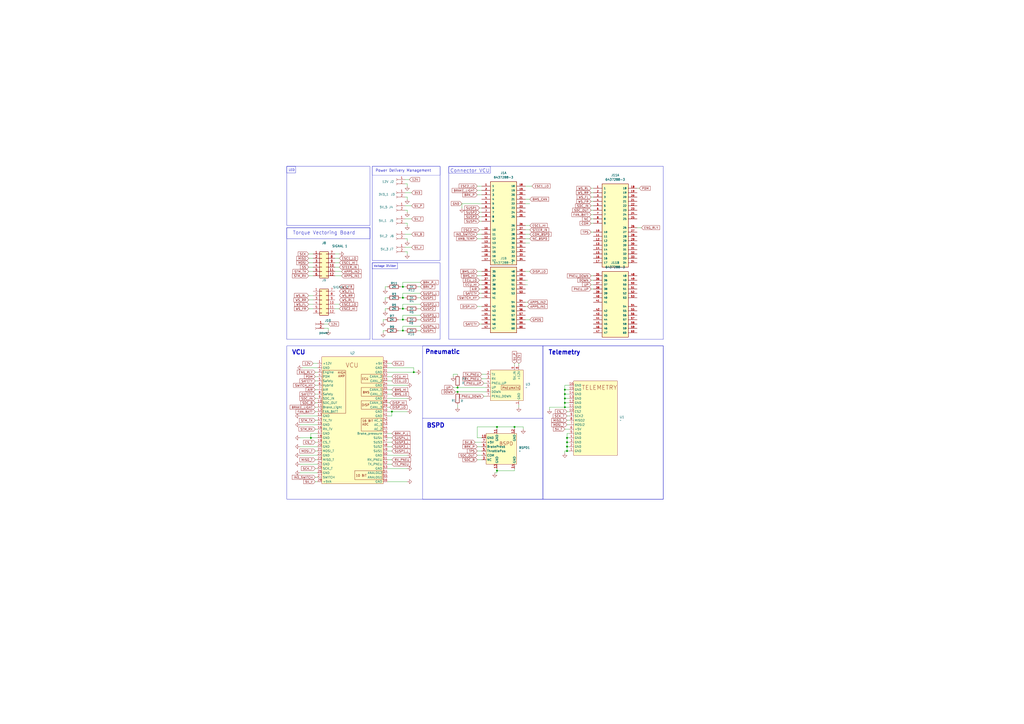
<source format=kicad_sch>
(kicad_sch (version 20250114) (generator "eeschema") (generator_version "9.0")
  (paper "A2")
  (rectangle (start 166.37 132.08) (end 214.63 196.85))
  (rectangle (start 166.37 200.66) (end 384.81 289.56))
  (rectangle (start 314.96 200.66) (end 384.81 289.56))
  (rectangle (start 260.3857 96.6124) (end 284.5157 100.4224))
  (rectangle (start 245.11 200.66) (end 314.96 289.56))
  (rectangle (start 260.35 96.52) (end 384.81 196.85))
  (rectangle (start 215.9 96.52) (end 255.27 151.13))
  (rectangle (start 166.37 132.08) (end 214.63 138.43))
  (rectangle (start 215.9205 152.4245) (end 230.5753 155.9594))
  (rectangle (start 215.9 152.4) (end 255.27 196.85))
  (rectangle (start 166.37 96.52) (end 171.45 100.33))
  (rectangle (start 215.9 96.52) (end 255.27 101.6) (stroke (width 0.0508)))
  (rectangle (start 166.37 96.52) (end 214.63 130.81))
  (text "LED\n" (at 169.164 98.806 0) (effects (font (size 1.27 1.27))))
  (text "Connector VCU" (at 272.5777 99.1524 0) (effects (font (size 2.032 2.032))))
  (text "VCU" (at 173.228 204.47 0) (effects (font (size 2.54 2.54) (thickness 0.508) (bold yes))))
  (text "Torque Vectoring Board\n" (at 187.96 135.128 0) (effects (font (size 2.032 2.032))))
  (text "Telemetry\n" (at 327.406 204.47 0) (effects (font (size 2.54 2.54) (thickness 0.508) (bold yes))))
  (text "Voltage Divider" (at 223.2865 154.4565 0) (effects (font (size 1.143 1.143))))
  (text "BSPD" (at 252.73 246.888 0) (effects (font (size 2.54 2.54) (thickness 0.508) (bold yes))))
  (text "Pneumatic" (at 256.794 204.216 0) (effects (font (size 2.54 2.54) (thickness 0.508) (bold yes))))
  (text "Power Delivery Management\n" (at 233.934 99.06 0) (effects (font (size 1.524 1.524))))
  (junction (at 327.66 228.6))
  (junction (at 233.68 185.42))
  (junction (at 233.68 172.72))
  (junction (at 265.43 224.79))
  (junction (at 328.93 254))
  (junction (at 288.29 247.65))
  (junction (at 328.93 261.62))
  (junction (at 327.66 233.68))
  (junction (at 327.66 226.06))
  (junction (at 233.68 166.37))
  (junction (at 233.68 179.07))
  (junction (at 180.34 254))
  (junction (at 327.66 236.22))
  (junction (at 227.33 238.76))
  (junction (at 288.29 273.05))
  (junction (at 327.66 231.14))
  (junction (at 328.93 259.08))
  (junction (at 298.45 247.65))
  (junction (at 233.68 191.77))
  (junction (at 240.03 215.9))
  (junction (at 328.93 256.54))
  (junction (at 265.43 227.33))
  (wire (pts (xy 330.2 231.14) (xy 327.66 231.14)))
  (wire (pts (xy 181.61 173.99) (xy 179.07 173.99)))
  (wire (pts (xy 369.57 109.22) (xy 370.84 109.22)))
  (wire (pts (xy 278.13 123.19) (xy 279.4 123.19)))
  (wire (pts (xy 234.95 121.92) (xy 236.22 121.92)))
  (wire (pts (xy 234.95 106.68) (xy 236.22 106.68)))
  (wire (pts (xy 342.9 114.3) (xy 344.17 114.3)))
  (wire (pts (xy 224.79 251.46) (xy 227.33 251.46)))
  (wire (pts (xy 278.13 128.27) (xy 279.4 128.27)))
  (wire (pts (xy 194.31 154.94) (xy 196.85 154.94)))
  (wire (pts (xy 182.88 243.84) (xy 184.15 243.84)))
  (wire (pts (xy 300.99 210.82) (xy 300.99 212.09)))
  (wire (pts (xy 234.95 185.42) (xy 233.68 185.42)))
  (wire (pts (xy 276.86 259.08) (xy 279.4 259.08)))
  (wire (pts (xy 278.13 167.64) (xy 279.4 167.64)))
  (wire (pts (xy 181.61 179.07) (xy 179.07 179.07)))
  (wire (pts (xy 182.88 261.62) (xy 184.15 261.62)))
  (wire (pts (xy 194.31 157.48) (xy 198.12 157.48)))
  (wire (pts (xy 224.79 266.7) (xy 227.33 266.7)))
  (wire (pts (xy 234.95 104.14) (xy 237.49 104.14)))
  (wire (pts (xy 234.95 114.3) (xy 236.22 114.3)))
  (wire (pts (xy 236.22 146.05) (xy 236.22 147.32)))
  (wire (pts (xy 179.07 154.94) (xy 181.61 154.94)))
  (wire (pts (xy 327.66 226.06) (xy 327.66 228.6)))
  (wire (pts (xy 342.9 134.62) (xy 344.17 134.62)))
  (wire (pts (xy 233.68 189.23) (xy 233.68 191.77)))
  (wire (pts (xy 196.85 179.07) (xy 194.31 179.07)))
  (wire (pts (xy 224.79 220.98) (xy 227.33 220.98)))
  (wire (pts (xy 304.8 133.35) (xy 307.34 133.35)))
  (wire (pts (xy 304.8 177.8) (xy 306.07 177.8)))
  (wire (pts (xy 342.9 119.38) (xy 344.17 119.38)))
  (wire (pts (xy 224.79 223.52) (xy 236.22 223.52)))
  (wire (pts (xy 288.29 247.65) (xy 298.45 247.65)))
  (wire (pts (xy 330.2 223.52) (xy 327.66 223.52)))
  (wire (pts (xy 233.68 182.88) (xy 233.68 185.42)))
  (wire (pts (xy 278.13 125.73) (xy 279.4 125.73)))
  (wire (pts (xy 328.93 256.54) (xy 330.2 256.54)))
  (wire (pts (xy 342.9 160.02) (xy 344.17 160.02)))
  (wire (pts (xy 304.8 175.26) (xy 306.07 175.26)))
  (wire (pts (xy 330.2 233.68) (xy 327.66 233.68)))
  (wire (pts (xy 173.99 241.3) (xy 184.15 241.3)))
  (wire (pts (xy 179.07 152.4) (xy 181.61 152.4)))
  (wire (pts (xy 327.66 248.92) (xy 330.2 248.92)))
  (wire (pts (xy 276.86 261.62) (xy 279.4 261.62)))
  (wire (pts (xy 279.4 217.17) (xy 281.94 217.17)))
  (wire (pts (xy 328.93 243.84) (xy 330.2 243.84)))
  (wire (pts (xy 224.79 271.78) (xy 236.22 271.78)))
  (wire (pts (xy 233.68 191.77) (xy 234.95 191.77)))
  (wire (pts (xy 304.8 185.42) (xy 307.34 185.42)))
  (wire (pts (xy 234.95 146.05) (xy 236.22 146.05)))
  (wire (pts (xy 298.45 271.78) (xy 298.45 273.05)))
  (wire (pts (xy 243.84 163.83) (xy 233.68 163.83)))
  (wire (pts (xy 223.52 166.37) (xy 223.52 167.64)))
  (wire (pts (xy 276.86 177.8) (xy 279.4 177.8)))
  (wire (pts (xy 236.22 231.14) (xy 224.79 231.14)))
  (wire (pts (xy 182.88 236.22) (xy 184.15 236.22)))
  (wire (pts (xy 276.86 138.43) (xy 279.4 138.43)))
  (wire (pts (xy 227.33 241.3) (xy 227.33 238.76)))
  (wire (pts (xy 241.3 215.9) (xy 240.03 215.9)))
  (wire (pts (xy 327.66 223.52) (xy 327.66 226.06)))
  (wire (pts (xy 234.95 143.51) (xy 238.76 143.51)))
  (wire (pts (xy 224.79 228.6) (xy 227.33 228.6)))
  (wire (pts (xy 233.68 170.18) (xy 233.68 172.72)))
  (wire (pts (xy 194.31 147.32) (xy 196.85 147.32)))
  (wire (pts (xy 173.99 246.38) (xy 184.15 246.38)))
  (wire (pts (xy 224.79 226.06) (xy 227.33 226.06)))
  (wire (pts (xy 243.84 170.18) (xy 233.68 170.18)))
  (wire (pts (xy 265.43 224.79) (xy 281.94 224.79)))
  (wire (pts (xy 279.4 254) (xy 276.86 254)))
  (wire (pts (xy 342.9 116.84) (xy 344.17 116.84)))
  (wire (pts (xy 342.9 111.76) (xy 344.17 111.76)))
  (wire (pts (xy 224.79 241.3) (xy 227.33 241.3)))
  (wire (pts (xy 328.93 261.62) (xy 327.66 261.62)))
  (wire (pts (xy 236.22 129.54) (xy 236.22 130.81)))
  (wire (pts (xy 280.67 222.25) (xy 281.94 222.25)))
  (wire (pts (xy 224.79 166.37) (xy 223.52 166.37)))
  (wire (pts (xy 242.57 191.77) (xy 243.84 191.77)))
  (wire (pts (xy 181.61 176.53) (xy 179.07 176.53)))
  (wire (pts (xy 243.84 182.88) (xy 233.68 182.88)))
  (wire (pts (xy 276.86 254) (xy 276.86 247.65)))
  (wire (pts (xy 278.13 165.1) (xy 279.4 165.1)))
  (wire (pts (xy 187.96 190.5) (xy 190.5 190.5)))
  (wire (pts (xy 328.93 241.3) (xy 330.2 241.3)))
  (wire (pts (xy 232.41 172.72) (xy 233.68 172.72)))
  (wire (pts (xy 224.79 172.72) (xy 223.52 172.72)))
  (wire (pts (xy 182.88 233.68) (xy 184.15 233.68)))
  (wire (pts (xy 276.86 266.7) (xy 279.4 266.7)))
  (wire (pts (xy 222.25 185.42) (xy 222.25 186.69)))
  (wire (pts (xy 224.79 213.36) (xy 240.03 213.36)))
  (wire (pts (xy 196.85 176.53) (xy 194.31 176.53)))
  (wire (pts (xy 223.52 172.72) (xy 223.52 173.99)))
  (wire (pts (xy 342.9 165.1) (xy 344.17 165.1)))
  (wire (pts (xy 224.79 210.82) (xy 227.33 210.82)))
  (wire (pts (xy 224.79 233.68) (xy 226.06 233.68)))
  (wire (pts (xy 242.57 166.37) (xy 243.84 166.37)))
  (wire (pts (xy 242.57 172.72) (xy 243.84 172.72)))
  (wire (pts (xy 236.22 106.68) (xy 236.22 107.95)))
  (wire (pts (xy 276.86 160.02) (xy 279.4 160.02)))
  (wire (pts (xy 327.66 231.14) (xy 327.66 233.68)))
  (wire (pts (xy 287.02 274.32) (xy 288.29 274.32)))
  (wire (pts (xy 182.88 266.7) (xy 184.15 266.7)))
  (wire (pts (xy 298.45 247.65) (xy 303.53 247.65)))
  (wire (pts (xy 222.25 191.77) (xy 222.25 193.04)))
  (wire (pts (xy 224.79 254) (xy 227.33 254)))
  (wire (pts (xy 173.99 264.16) (xy 184.15 264.16)))
  (wire (pts (xy 276.86 135.89) (xy 279.4 135.89)))
  (wire (pts (xy 194.31 160.02) (xy 198.12 160.02)))
  (wire (pts (xy 234.95 135.89) (xy 238.76 135.89)))
  (wire (pts (xy 184.15 251.46) (xy 180.34 251.46)))
  (wire (pts (xy 304.8 162.56) (xy 306.07 162.56)))
  (wire (pts (xy 182.88 218.44) (xy 184.15 218.44)))
  (wire (pts (xy 233.68 176.53) (xy 233.68 179.07)))
  (wire (pts (xy 328.93 254) (xy 330.2 254)))
  (wire (pts (xy 304.8 135.89) (xy 307.34 135.89)))
  (wire (pts (xy 265.43 227.33) (xy 281.94 227.33)))
  (wire (pts (xy 231.14 191.77) (xy 233.68 191.77)))
  (wire (pts (xy 224.79 215.9) (xy 240.03 215.9)))
  (wire (pts (xy 342.9 167.64) (xy 344.17 167.64)))
  (wire (pts (xy 342.9 127) (xy 344.17 127)))
  (wire (pts (xy 223.52 185.42) (xy 222.25 185.42)))
  (wire (pts (xy 236.22 114.3) (xy 236.22 115.57)))
  (wire (pts (xy 233.68 179.07) (xy 234.95 179.07)))
  (wire (pts (xy 262.89 217.17) (xy 262.89 218.44)))
  (wire (pts (xy 182.88 220.98) (xy 184.15 220.98)))
  (wire (pts (xy 234.95 129.54) (xy 236.22 129.54)))
  (wire (pts (xy 330.2 236.22) (xy 327.66 236.22)))
  (wire (pts (xy 280.67 229.87) (xy 281.94 229.87)))
  (wire (pts (xy 243.84 176.53) (xy 233.68 176.53)))
  (wire (pts (xy 330.2 228.6) (xy 327.66 228.6)))
  (wire (pts (xy 304.8 140.97) (xy 307.34 140.97)))
  (wire (pts (xy 342.9 129.54) (xy 344.17 129.54)))
  (wire (pts (xy 304.8 115.57) (xy 307.34 115.57)))
  (wire (pts (xy 175.26 213.36) (xy 184.15 213.36)))
  (wire (pts (xy 288.29 274.32) (xy 288.29 273.05)))
  (wire (pts (xy 342.9 124.46) (xy 344.17 124.46)))
  (wire (pts (xy 234.95 111.76) (xy 238.76 111.76)))
  (wire (pts (xy 278.13 170.18) (xy 279.4 170.18)))
  (wire (pts (xy 242.57 179.07) (xy 243.84 179.07)))
  (wire (pts (xy 179.07 160.02) (xy 181.61 160.02)))
  (wire (pts (xy 288.29 273.05) (xy 288.29 271.78)))
  (wire (pts (xy 327.66 233.68) (xy 327.66 236.22)))
  (wire (pts (xy 223.52 179.07) (xy 223.52 180.34)))
  (wire (pts (xy 182.88 276.86) (xy 184.15 276.86)))
  (wire (pts (xy 304.8 118.11) (xy 307.34 118.11)))
  (wire (pts (xy 181.61 210.82) (xy 184.15 210.82)))
  (wire (pts (xy 278.13 133.35) (xy 279.4 133.35)))
  (wire (pts (xy 328.93 256.54) (xy 328.93 259.08)))
  (wire (pts (xy 328.93 238.76) (xy 330.2 238.76)))
  (wire (pts (xy 173.99 259.08) (xy 184.15 259.08)))
  (wire (pts (xy 342.9 162.56) (xy 344.17 162.56)))
  (wire (pts (xy 182.88 226.06) (xy 184.15 226.06)))
  (wire (pts (xy 180.34 254) (xy 184.15 254)))
  (wire (pts (xy 224.79 261.62) (xy 227.33 261.62)))
  (wire (pts (xy 303.53 247.65) (xy 303.53 248.92)))
  (wire (pts (xy 233.68 172.72) (xy 234.95 172.72)))
  (wire (pts (xy 304.8 157.48) (xy 307.34 157.48)))
  (wire (pts (xy 265.43 217.17) (xy 262.89 217.17)))
  (wire (pts (xy 232.41 179.07) (xy 233.68 179.07)))
  (wire (pts (xy 173.99 269.24) (xy 184.15 269.24)))
  (wire (pts (xy 240.03 213.36) (xy 240.03 215.9)))
  (wire (pts (xy 298.45 247.65) (xy 298.45 248.92)))
  (wire (pts (xy 234.95 138.43) (xy 236.22 138.43)))
  (wire (pts (xy 224.79 256.54) (xy 227.33 256.54)))
  (wire (pts (xy 328.93 246.38) (xy 330.2 246.38)))
  (wire (pts (xy 233.68 166.37) (xy 234.95 166.37)))
  (wire (pts (xy 233.68 163.83) (xy 233.68 166.37)))
  (wire (pts (xy 298.45 210.82) (xy 298.45 212.09)))
  (wire (pts (xy 327.66 236.22) (xy 318.77 236.22)))
  (wire (pts (xy 224.79 279.4) (xy 236.22 279.4)))
  (wire (pts (xy 224.79 238.76) (xy 227.33 238.76)))
  (wire (pts (xy 330.2 251.46) (xy 328.93 251.46)))
  (wire (pts (xy 182.88 279.4) (xy 184.15 279.4)))
  (wire (pts (xy 190.5 190.5) (xy 190.5 191.77)))
  (wire (pts (xy 242.57 185.42) (xy 243.84 185.42)))
  (wire (pts (xy 300.99 234.95) (xy 300.99 236.22)))
  (wire (pts (xy 194.31 149.86) (xy 196.85 149.86)))
  (wire (pts (xy 194.31 152.4) (xy 196.85 152.4)))
  (wire (pts (xy 304.8 107.95) (xy 308.61 107.95)))
  (wire (pts (xy 182.88 248.92) (xy 184.15 248.92)))
  (wire (pts (xy 187.96 187.96) (xy 190.5 187.96)))
  (wire (pts (xy 264.16 227.33) (xy 265.43 227.33)))
  (wire (pts (xy 231.14 185.42) (xy 233.68 185.42)))
  (wire (pts (xy 342.9 121.92) (xy 344.17 121.92)))
  (wire (pts (xy 181.61 171.45) (xy 179.07 171.45)))
  (wire (pts (xy 236.22 121.92) (xy 236.22 123.19)))
  (wire (pts (xy 288.29 247.65) (xy 288.29 248.92)))
  (wire (pts (xy 182.88 231.14) (xy 184.15 231.14)))
  (wire (pts (xy 224.79 236.22) (xy 226.06 236.22)))
  (wire (pts (xy 224.79 179.07) (xy 223.52 179.07)))
  (wire (pts (xy 304.8 165.1) (xy 306.07 165.1)))
  (wire (pts (xy 330.2 261.62) (xy 328.93 261.62)))
  (wire (pts (xy 236.22 138.43) (xy 236.22 139.7)))
  (wire (pts (xy 304.8 138.43) (xy 307.34 138.43)))
  (wire (pts (xy 224.79 259.08) (xy 227.33 259.08)))
  (wire (pts (xy 224.79 218.44) (xy 227.33 218.44)))
  (wire (pts (xy 275.59 256.54) (xy 279.4 256.54)))
  (wire (pts (xy 224.79 264.16) (xy 236.22 264.16)))
  (wire (pts (xy 224.79 269.24) (xy 227.33 269.24)))
  (wire (pts (xy 328.93 259.08) (xy 328.93 261.62)))
  (wire (pts (xy 173.99 274.32) (xy 184.15 274.32)))
  (wire (pts (xy 234.95 127) (xy 238.76 127)))
  (wire (pts (xy 179.07 147.32) (xy 181.61 147.32)))
  (wire (pts (xy 223.52 191.77) (xy 222.25 191.77)))
  (wire (pts (xy 327.66 226.06) (xy 330.2 226.06)))
  (wire (pts (xy 182.88 256.54) (xy 184.15 256.54)))
  (wire (pts (xy 180.34 251.46) (xy 180.34 254)))
  (wire (pts (xy 182.88 271.78) (xy 184.15 271.78)))
  (wire (pts (xy 227.33 238.76) (xy 236.22 238.76)))
  (wire (pts (xy 276.86 110.49) (xy 279.4 110.49)))
  (wire (pts (xy 276.86 107.95) (xy 279.4 107.95)))
  (wire (pts (xy 262.89 224.79) (xy 265.43 224.79)))
  (polyline (pts (xy 245.11 242.57) (xy 314.96 242.57)))
  (wire (pts (xy 267.97 118.11) (xy 279.4 118.11)))
  (wire (pts (xy 328.93 251.46) (xy 328.93 254)))
  (wire (pts (xy 342.9 109.22) (xy 344.17 109.22)))
  (wire (pts (xy 318.77 236.22) (xy 318.77 237.49)))
  (wire (pts (xy 182.88 228.6) (xy 184.15 228.6)))
  (wire (pts (xy 327.66 228.6) (xy 327.66 231.14)))
  (wire (pts (xy 278.13 187.96) (xy 279.4 187.96)))
  (wire (pts (xy 182.88 223.52) (xy 184.15 223.52)))
  (wire (pts (xy 304.8 130.81) (xy 307.34 130.81)))
  (wire (pts (xy 369.57 132.08) (xy 372.11 132.08)))
  (wire (pts (xy 182.88 215.9) (xy 184.15 215.9)))
  (wire (pts (xy 328.93 259.08) (xy 330.2 259.08)))
  (wire (pts (xy 276.86 247.65) (xy 288.29 247.65)))
  (wire (pts (xy 173.99 254) (xy 180.34 254)))
  (wire (pts (xy 234.95 119.38) (xy 238.76 119.38)))
  (wire (pts (xy 276.86 157.48) (xy 279.4 157.48)))
  (wire (pts (xy 327.66 261.62) (xy 327.66 262.89)))
  (wire (pts (xy 328.93 254) (xy 328.93 256.54)))
  (wire (pts (xy 265.43 234.95) (xy 265.43 236.22)))
  (wire (pts (xy 267.97 118.11) (xy 267.97 120.65)))
  (wire (pts (xy 278.13 172.72) (xy 279.4 172.72)))
  (wire (pts (xy 179.07 157.48) (xy 181.61 157.48)))
  (wire (pts (xy 278.13 120.65) (xy 279.4 120.65)))
  (wire (pts (xy 243.84 189.23) (xy 233.68 189.23)))
  (wire (pts (xy 232.41 166.37) (xy 233.68 166.37)))
  (wire (pts (xy 276.86 264.16) (xy 279.4 264.16)))
  (wire (pts (xy 276.86 113.03) (xy 279.4 113.03)))
  (wire (pts (xy 182.88 238.76) (xy 184.15 238.76)))
  (wire (pts (xy 279.4 219.71) (xy 281.94 219.71)))
  (wire (pts (xy 179.07 149.86) (xy 181.61 149.86)))
  (wire (pts (xy 278.13 162.56) (xy 279.4 162.56)))
  (wire (pts (xy 298.45 273.05) (xy 288.29 273.05)))
  (global_label "SCK_T" (shape input) (at 182.88 271.78 180) (property "Intersheetrefs" "${INTERSHEET_REFS}" (effects (hide yes))))
  (global_label "SWITCH_HY" (shape input) (at 182.88 223.52 180) (property "Intersheetrefs" "${INTERSHEET_REFS}" (effects (hide yes))))
  (global_label "SWITCH_HY" (shape input) (at 278.13 172.72 180) (property "Intersheetrefs" "${INTERSHEET_REFS}" (effects (hide yes))))
  (global_label "5V_B" (shape input) (at 275.59 256.54 180) (property "Intersheetrefs" "${INTERSHEET_REFS}" (effects (hide yes))))
  (global_label "SUSP1_L" (shape input) (at 243.84 170.18 0) (property "Intersheetrefs" "${INTERSHEET_REFS}" (effects (hide yes))))
  (global_label "SDC_IN" (shape input) (at 342.9 119.38 180) (property "Intersheetrefs" "${INTERSHEET_REFS}" (effects (hide yes))))
  (global_label "SCK" (shape input) (at 179.07 147.32 180) (property "Intersheetrefs" "${INTERSHEET_REFS}" (effects (hide yes))))
  (global_label "MOSI" (shape input) (at 179.07 152.4 180) (property "Intersheetrefs" "${INTERSHEET_REFS}" (effects (hide yes))))
  (global_label "WS_FL" (shape input) (at 196.85 168.91 0) (property "Intersheetrefs" "${INTERSHEET_REFS}" (effects (hide yes))))
  (global_label "TX_PNEU" (shape input) (at 227.33 269.24 0) (property "Intersheetrefs" "${INTERSHEET_REFS}" (effects (hide yes))))
  (global_label "ENG_RLY" (shape input) (at 372.11 132.08 0) (property "Intersheetrefs" "${INTERSHEET_REFS}" (effects (hide yes))))
  (global_label "UP" (shape input) (at 262.89 224.79 180) (property "Intersheetrefs" "${INTERSHEET_REFS}" (effects (hide yes))))
  (global_label "STEER_IN" (shape input) (at 307.34 133.35 0) (property "Intersheetrefs" "${INTERSHEET_REFS}" (effects (hide yes))))
  (global_label "5V_V" (shape input) (at 182.88 279.4 180) (property "Intersheetrefs" "${INTERSHEET_REFS}" (effects (hide yes))))
  (global_label "BRK_P" (shape input) (at 276.86 113.03 180) (property "Intersheetrefs" "${INTERSHEET_REFS}" (effects (hide yes))))
  (global_label "AIR" (shape input) (at 182.88 226.06 180) (property "Intersheetrefs" "${INTERSHEET_REFS}" (effects (hide yes))))
  (global_label "12V" (shape input) (at 300.99 210.82 90) (property "Intersheetrefs" "${INTERSHEET_REFS}" (effects (hide yes))))
  (global_label "STM_RX" (shape input) (at 179.07 160.02 180) (property "Intersheetrefs" "${INTERSHEET_REFS}" (effects (hide yes))))
  (global_label "SAFETY" (shape input) (at 182.88 220.98 180) (property "Intersheetrefs" "${INTERSHEET_REFS}" (effects (hide yes))))
  (global_label "MISO_T" (shape input) (at 182.88 266.7 180) (property "Intersheetrefs" "${INTERSHEET_REFS}" (effects (hide yes))))
  (global_label "BMS_HI" (shape input) (at 276.86 160.02 180) (property "Intersheetrefs" "${INTERSHEET_REFS}" (effects (hide yes))))
  (global_label "ECU_LO" (shape input) (at 278.13 162.56 180) (property "Intersheetrefs" "${INTERSHEET_REFS}" (effects (hide yes))))
  (global_label "DOWN" (shape input) (at 264.16 227.33 180) (property "Intersheetrefs" "${INTERSHEET_REFS}" (effects (hide yes))))
  (global_label "BRAKE_LIGHT" (shape input) (at 276.86 110.49 180) (property "Intersheetrefs" "${INTERSHEET_REFS}" (effects (hide yes))))
  (global_label "SDC_B" (shape input) (at 182.88 233.68 180) (property "Intersheetrefs" "${INTERSHEET_REFS}" (effects (hide yes))))
  (global_label "SUSP4_L" (shape input) (at 243.84 189.23 0) (property "Intersheetrefs" "${INTERSHEET_REFS}" (effects (hide yes))))
  (global_label "SUSP4_L" (shape input) (at 227.33 254 0) (property "Intersheetrefs" "${INTERSHEET_REFS}" (effects (hide yes))))
  (global_label "APPS_IN2" (shape input) (at 306.07 175.26 0) (property "Intersheetrefs" "${INTERSHEET_REFS}" (effects (hide yes))))
  (global_label "PDM" (shape input) (at 182.88 218.44 180) (property "Intersheetrefs" "${INTERSHEET_REFS}" (effects (hide yes))))
  (global_label "ENG_RLY" (shape input) (at 182.88 215.9 180) (property "Intersheetrefs" "${INTERSHEET_REFS}" (effects (hide yes))))
  (global_label "AIR" (shape input) (at 278.13 167.64 180) (property "Intersheetrefs" "${INTERSHEET_REFS}" (effects (hide yes))))
  (global_label "5V_B" (shape input) (at 238.76 135.89 0) (property "Intersheetrefs" "${INTERSHEET_REFS}" (effects (hide yes))))
  (global_label "CS_T" (shape input) (at 328.93 238.76 180) (property "Intersheetrefs" "${INTERSHEET_REFS}" (effects (hide yes))))
  (global_label "SUSP3_L" (shape input) (at 227.33 256.54 0) (property "Intersheetrefs" "${INTERSHEET_REFS}" (effects (hide yes))))
  (global_label "GPOS" (shape input) (at 307.34 185.42 0) (property "Intersheetrefs" "${INTERSHEET_REFS}" (effects (hide yes))))
  (global_label "WS_FR" (shape input) (at 179.07 179.07 180) (property "Intersheetrefs" "${INTERSHEET_REFS}" (effects (hide yes))))
  (global_label "RX_PNEU" (shape input) (at 227.33 266.7 0) (property "Intersheetrefs" "${INTERSHEET_REFS}" (effects (hide yes))))
  (global_label "ESC1_LO" (shape input) (at 196.85 149.86 0) (property "Intersheetrefs" "${INTERSHEET_REFS}" (effects (hide yes))))
  (global_label "APPS_IN1" (shape input) (at 306.07 177.8 0) (property "Intersheetrefs" "${INTERSHEET_REFS}" (effects (hide yes))))
  (global_label "SUSP2_L" (shape input) (at 227.33 259.08 0) (property "Intersheetrefs" "${INTERSHEET_REFS}" (effects (hide yes))))
  (global_label "12V" (shape input) (at 190.5 187.96 0) (property "Intersheetrefs" "${INTERSHEET_REFS}" (effects (hide yes))))
  (global_label "WS_RL" (shape input) (at 342.9 109.22 180) (property "Intersheetrefs" "${INTERSHEET_REFS}" (effects (hide yes))))
  (global_label "WS_FL" (shape input) (at 342.9 114.3 180) (property "Intersheetrefs" "${INTERSHEET_REFS}" (effects (hide yes))))
  (global_label "12V" (shape input) (at 237.49 104.14 0) (property "Intersheetrefs" "${INTERSHEET_REFS}" (effects (hide yes))))
  (global_label "5V_V" (shape input) (at 238.76 143.51 0) (property "Intersheetrefs" "${INTERSHEET_REFS}" (effects (hide yes))))
  (global_label "SUSP1" (shape input) (at 243.84 172.72 0) (property "Intersheetrefs" "${INTERSHEET_REFS}" (effects (hide yes))))
  (global_label "APPS_IN1" (shape input) (at 198.12 160.02 0) (property "Intersheetrefs" "${INTERSHEET_REFS}" (effects (hide yes))))
  (global_label "ESC2_LO" (shape input) (at 196.85 176.53 0) (property "Intersheetrefs" "${INTERSHEET_REFS}" (effects (hide yes))))
  (global_label "SDC_OUT" (shape input) (at 342.9 121.92 180) (property "Intersheetrefs" "${INTERSHEET_REFS}" (effects (hide yes))))
  (global_label "ECU_HI" (shape input) (at 278.13 165.1 180) (property "Intersheetrefs" "${INTERSHEET_REFS}" (effects (hide yes))))
  (global_label "TX_PNEU" (shape input) (at 279.4 217.17 180) (property "Intersheetrefs" "${INTERSHEET_REFS}" (effects (hide yes))))
  (global_label "MOSI_T" (shape input) (at 182.88 261.62 180) (property "Intersheetrefs" "${INTERSHEET_REFS}" (effects (hide yes))))
  (global_label "WS_FL" (shape input) (at 179.07 176.53 180) (property "Intersheetrefs" "${INTERSHEET_REFS}" (effects (hide yes))))
  (global_label "SUSP3" (shape input) (at 243.84 185.42 0) (property "Intersheetrefs" "${INTERSHEET_REFS}" (effects (hide yes))))
  (global_label "RX_PNEU" (shape input) (at 279.4 219.71 180) (property "Intersheetrefs" "${INTERSHEET_REFS}" (effects (hide yes))))
  (global_label "CS_T" (shape input) (at 182.88 256.54 180) (property "Intersheetrefs" "${INTERSHEET_REFS}" (effects (hide yes))))
  (global_label "DISP_LO" (shape input) (at 226.06 236.22 0) (property "Intersheetrefs" "${INTERSHEET_REFS}" (effects (hide yes))))
  (global_label "PNEU_DOWN" (shape input) (at 342.9 160.02 180) (property "Intersheetrefs" "${INTERSHEET_REFS}" (effects (hide yes))))
  (global_label "5V_V" (shape input) (at 227.33 210.82 0) (property "Intersheetrefs" "${INTERSHEET_REFS}" (effects (hide yes))))
  (global_label "COM_BSPD" (shape input) (at 307.34 135.89 0) (property "Intersheetrefs" "${INTERSHEET_REFS}" (effects (hide yes))))
  (global_label "5V_T" (shape input) (at 238.76 127 0) (property "Intersheetrefs" "${INTERSHEET_REFS}" (effects (hide yes))))
  (global_label "SUSP3_L" (shape input) (at 243.84 182.88 0) (property "Intersheetrefs" "${INTERSHEET_REFS}" (effects (hide yes))))
  (global_label "PNEU_DOWN" (shape input) (at 280.67 229.87 180) (property "Intersheetrefs" "${INTERSHEET_REFS}" (effects (hide yes))))
  (global_label "PDM" (shape input) (at 370.84 109.22 0) (property "Intersheetrefs" "${INTERSHEET_REFS}" (effects (hide yes))))
  (global_label "FAN_BATT" (shape input) (at 182.88 238.76 180) (property "Intersheetrefs" "${INTERSHEET_REFS}" (effects (hide yes))))
  (global_label "WS_FR" (shape input) (at 196.85 166.37 0) (property "Intersheetrefs" "${INTERSHEET_REFS}" (effects (hide yes))))
  (global_label "5V_P" (shape input) (at 298.45 210.82 90) (property "Intersheetrefs" "${INTERSHEET_REFS}" (effects (hide yes))))
  (global_label "ESC2_LO" (shape input) (at 276.86 107.95 180) (property "Intersheetrefs" "${INTERSHEET_REFS}" (effects (hide yes))))
  (global_label "AMB_TEMP" (shape input) (at 276.86 138.43 180) (property "Intersheetrefs" "${INTERSHEET_REFS}" (effects (hide yes))))
  (global_label "SDC_B" (shape input) (at 276.86 266.7 180) (property "Intersheetrefs" "${INTERSHEET_REFS}" (effects (hide yes))))
  (global_label "SCK_T" (shape input) (at 328.93 241.3 180) (property "Intersheetrefs" "${INTERSHEET_REFS}" (effects (hide yes))))
  (global_label "BMS_CAN" (shape input) (at 307.34 115.57 0) (property "Intersheetrefs" "${INTERSHEET_REFS}" (effects (hide yes))))
  (global_label "STEER_IN" (shape input) (at 196.85 154.94 0) (property "Intersheetrefs" "${INTERSHEET_REFS}" (effects (hide yes))))
  (global_label "UP" (shape input) (at 342.9 165.1 180) (property "Intersheetrefs" "${INTERSHEET_REFS}" (effects (hide yes))))
  (global_label "APPS_IN2" (shape input) (at 198.12 157.48 0) (property "Intersheetrefs" "${INTERSHEET_REFS}" (effects (hide yes))))
  (global_label "BRK_P" (shape input) (at 276.86 259.08 180) (property "Intersheetrefs" "${INTERSHEET_REFS}" (effects (hide yes))))
  (global_label "STM_TX" (shape input) (at 179.07 157.48 180) (property "Intersheetrefs" "${INTERSHEET_REFS}" (effects (hide yes))))
  (global_label "ECU_HI" (shape input) (at 227.33 218.44 0) (property "Intersheetrefs" "${INTERSHEET_REFS}" (effects (hide yes))))
  (global_label "MISO_T" (shape input) (at 328.93 243.84 180) (property "Intersheetrefs" "${INTERSHEET_REFS}" (effects (hide yes))))
  (global_label "BRK_P_L" (shape input) (at 243.84 163.83 0) (property "Intersheetrefs" "${INTERSHEET_REFS}" (effects (hide yes))))
  (global_label "PNEU_UP" (shape input) (at 342.9 167.64 180) (property "Intersheetrefs" "${INTERSHEET_REFS}" (effects (hide yes))))
  (global_label "SUSP1_L" (shape input) (at 227.33 261.62 0) (property "Intersheetrefs" "${INTERSHEET_REFS}" (effects (hide yes))))
  (global_label "SDC_OUT" (shape input) (at 276.86 264.16 180) (property "Intersheetrefs" "${INTERSHEET_REFS}" (effects (hide yes))))
  (global_label "SUSP3" (shape input) (at 278.13 125.73 180) (property "Intersheetrefs" "${INTERSHEET_REFS}" (effects (hide yes))))
  (global_label "SUSP4" (shape input) (at 243.84 191.77 0) (property "Intersheetrefs" "${INTERSHEET_REFS}" (effects (hide yes))))
  (global_label "TPS" (shape input) (at 276.86 261.62 180) (property "Intersheetrefs" "${INTERSHEET_REFS}" (effects (hide yes))))
  (global_label "SAFETY" (shape input) (at 278.13 170.18 180) (property "Intersheetrefs" "${INTERSHEET_REFS}" (effects (hide yes))))
  (global_label "MOSI_T" (shape input) (at 328.93 246.38 180) (property "Intersheetrefs" "${INTERSHEET_REFS}" (effects (hide yes))))
  (global_label "ESC2_HI" (shape input) (at 196.85 179.07 0) (property "Intersheetrefs" "${INTERSHEET_REFS}" (effects (hide yes))))
  (global_label "ECU_LO" (shape input) (at 227.33 220.98 0) (property "Intersheetrefs" "${INTERSHEET_REFS}" (effects (hide yes))))
  (global_label "IND_SWITCH" (shape input) (at 182.88 276.86 180) (property "Intersheetrefs" "${INTERSHEET_REFS}" (effects (hide yes))))
  (global_label "WS_RL" (shape input) (at 196.85 173.99 0) (property "Intersheetrefs" "${INTERSHEET_REFS}" (effects (hide yes))))
  (global_label "SAFETY" (shape input) (at 278.13 187.96 180) (property "Intersheetrefs" "${INTERSHEET_REFS}" (effects (hide yes))))
  (global_label "DISP_LO" (shape input) (at 307.34 157.48 0) (property "Intersheetrefs" "${INTERSHEET_REFS}" (effects (hide yes))))
  (global_label "BRK_P" (shape input) (at 243.84 166.37 0) (property "Intersheetrefs" "${INTERSHEET_REFS}" (effects (hide yes))))
  (global_label "ESC1_HI" (shape input) (at 196.85 152.4 0) (property "Intersheetrefs" "${INTERSHEET_REFS}" (effects (hide yes))))
  (global_label "SUSP2" (shape input) (at 243.84 179.07 0) (property "Intersheetrefs" "${INTERSHEET_REFS}" (effects (hide yes))))
  (global_label "STM_RX" (shape input) (at 182.88 248.92 180) (property "Intersheetrefs" "${INTERSHEET_REFS}" (effects (hide yes))))
  (global_label "NC_BSPD" (shape input) (at 307.34 138.43 0) (property "Intersheetrefs" "${INTERSHEET_REFS}" (effects (hide yes))))
  (global_label "ESC1_LO" (shape input) (at 308.61 107.95 0) (property "Intersheetrefs" "${INTERSHEET_REFS}" (effects (hide yes))))
  (global_label "5V_T" (shape input) (at 327.66 248.92 180) (property "Intersheetrefs" "${INTERSHEET_REFS}" (effects (hide yes))))
  (global_label "NC" (shape input) (at 342.9 127 180) (property "Intersheetrefs" "${INTERSHEET_REFS}" (effects (hide yes))))
  (global_label "COM" (shape input) (at 342.9 129.54 180) (property "Intersheetrefs" "${INTERSHEET_REFS}" (effects (hide yes))))
  (global_label "DISP_HI" (shape input) (at 276.86 177.8 180) (property "Intersheetrefs" "${INTERSHEET_REFS}" (effects (hide yes))))
  (global_label "DISP_HI" (shape input) (at 226.06 233.68 0) (property "Intersheetrefs" "${INTERSHEET_REFS}" (effects (hide yes))))
  (global_label "SAFETY" (shape input) (at 182.88 228.6 180) (property "Intersheetrefs" "${INTERSHEET_REFS}" (effects (hide yes))))
  (global_label "WS_FR" (shape input) (at 342.9 116.84 180) (property "Intersheetrefs" "${INTERSHEET_REFS}" (effects (hide yes))))
  (global_label "WS_RR" (shape input) (at 342.9 111.76 180) (property "Intersheetrefs" "${INTERSHEET_REFS}" (effects (hide yes))))
  (global_label "12V" (shape input) (at 181.61 210.82 180) (property "Intersheetrefs" "${INTERSHEET_REFS}" (effects (hide yes))))
  (global_label "BRK_P_L" (shape input) (at 227.33 251.46 0) (property "Intersheetrefs" "${INTERSHEET_REFS}" (effects (hide yes))))
  (global_label "SUSP4" (shape input) (at 278.13 128.27 180) (property "Intersheetrefs" "${INTERSHEET_REFS}" (effects (hide yes))))
  (global_label "BMS_LO" (shape input) (at 276.86 157.48 180) (property "Intersheetrefs" "${INTERSHEET_REFS}" (effects (hide yes))))
  (global_label "ESC2_HI" (shape input) (at 278.13 133.35 180) (property "Intersheetrefs" "${INTERSHEET_REFS}" (effects (hide yes))))
  (global_label "TPS" (shape input) (at 342.9 134.62 180) (property "Intersheetrefs" "${INTERSHEET_REFS}" (effects (hide yes))))
  (global_label "WS_RR" (shape input) (at 179.07 173.99 180) (property "Intersheetrefs" "${INTERSHEET_REFS}" (effects (hide yes))))
  (global_label "3V3" (shape input) (at 238.76 111.76 0) (property "Intersheetrefs" "${INTERSHEET_REFS}" (effects (hide yes))))
  (global_label "IND_SWITCH" (shape input) (at 276.86 135.89 180) (property "Intersheetrefs" "${INTERSHEET_REFS}" (effects (hide yes))))
  (global_label "SUSP1" (shape input) (at 278.13 120.65 180) (property "Intersheetrefs" "${INTERSHEET_REFS}" (effects (hide yes))))
  (global_label "DOWN" (shape input) (at 342.9 162.56 180) (property "Intersheetrefs" "${INTERSHEET_REFS}" (effects (hide yes))))
  (global_label "MISO" (shape input) (at 179.07 149.86 180) (property "Intersheetrefs" "${INTERSHEET_REFS}" (effects (hide yes))))
  (global_label "BMS_HI" (shape input) (at 227.33 226.06 0) (property "Intersheetrefs" "${INTERSHEET_REFS}" (effects (hide yes))))
  (global_label "PNEU_UP" (shape input) (at 280.67 222.25 180) (property "Intersheetrefs" "${INTERSHEET_REFS}" (effects (hide yes))))
  (global_label "SDC_IN" (shape input) (at 182.88 231.14 180) (property "Intersheetrefs" "${INTERSHEET_REFS}" (effects (hide yes))))
  (global_label "WS_RL" (shape input) (at 179.07 171.45 180) (property "Intersheetrefs" "${INTERSHEET_REFS}" (effects (hide yes))))
  (global_label "BRAKE_LIGHT" (shape input) (at 182.88 236.22 180) (property "Intersheetrefs" "${INTERSHEET_REFS}" (effects (hide yes))))
  (global_label "WS_RR" (shape input) (at 196.85 171.45 0) (property "Intersheetrefs" "${INTERSHEET_REFS}" (effects (hide yes))))
  (global_label "FAN_BATT" (shape input) (at 342.9 124.46 180) (property "Intersheetrefs" "${INTERSHEET_REFS}" (effects (hide yes))))
  (global_label "SUSP2_L" (shape input) (at 243.84 176.53 0) (property "Intersheetrefs" "${INTERSHEET_REFS}" (effects (hide yes))))
  (global_label "ESC1_HI" (shape input) (at 307.34 130.81 0) (property "Intersheetrefs" "${INTERSHEET_REFS}" (effects (hide yes))))
  (global_label "BMS_LO" (shape input) (at 227.33 228.6 0) (property "Intersheetrefs" "${INTERSHEET_REFS}" (effects (hide yes))))
  (global_label "5V_P" (shape input) (at 238.76 119.38 0) (property "Intersheetrefs" "${INTERSHEET_REFS}" (effects (hide yes))))
  (global_label "SUSP2" (shape input) (at 278.13 123.19 180) (property "Intersheetrefs" "${INTERSHEET_REFS}" (effects (hide yes))))
  (global_label "SS" (shape input) (at 179.07 154.94 180) (property "Intersheetrefs" "${INTERSHEET_REFS}" (effects (hide yes))))
  (global_label "STM_TX" (shape input) (at 182.88 243.84 180) (property "Intersheetrefs" "${INTERSHEET_REFS}" (effects (hide yes))))
  (global_label "GND" (shape input) (at 267.97 118.11 180) (property "Intersheetrefs" "${INTERSHEET_REFS}" (effects (hide yes))))
  (symbol (lib_name "6437288-3_3") (lib_id "0_VCU_connector_6437288-3:6437288-3") (at 356.87 177.8 0) (unit 2)
    (property "Reference" "J11" (at 356.87 152.4 0))
    (property "Value" "6437288-3" (at 356.87 154.94 0))
    (property "Footprint" "0_VCU_CONNECTOR_TE_6437288-3:VCU_CONNECTOR_TE_6437288-3" (effects (hide yes)))
    (property "Description" "Rectangular Power Connector, Super Seal Series, Through Hole, Receptacle, 60, 1.5 mm, Pin" (effects (hide yes)))
    (property "COMMENT" "6437288-3" (effects (hide yes)))
    (property "Comment" "6437288-3" (effects (hide yes)))
    (property "Check_prices" "https://www.snapeda.com/parts/6437288-3/TE+Connectivity+AMP+Connectors/view-part/?ref=eda" (effects (hide yes)))
    (property "MF" "TE Connectivity" (effects (hide yes)))
    (property "PACKAGE" "None" (effects (hide yes)))
    (property "PRICE" "None" (effects (hide yes)))
    (property "Package" "None" (effects (hide yes)))
    (property "TE_PURCHASE_URL" "https://www.te.com/usa-en/product-6437288-3.html?te_bu=Cor&te_type=disp&te_campaign=seda_glo_cor-seda-global-disp-prtnr-fy19-seda-model-bom-cta_sma-317_1&elqCampaignId=32493" (effects (hide yes)))
    (property "STANDARD" "Manufacturer Recommendations" (effects (hide yes)))
    (property "PARTREV" "A1" (effects (hide yes)))
    (property "SnapEDA_Link" "https://www.snapeda.com/parts/6437288-3/TE+Connectivity+AMP+Connectors/view-part/?ref=snap" (effects (hide yes)))
    (property "MP" "6437288-3" (effects (hide yes)))
    (property "EU_RoHS_Compliance" "Compliant" (effects (hide yes)))
    (property "Price" "None" (effects (hide yes)))
    (property "EU_ROHS_COMPLIANCE" "Compliant" (effects (hide yes)))
    (property "Availability" "In Stock" (effects (hide yes)))
    (property "AVAILABILITY" "Unavailable" (effects (hide yes)))
    (property "Description_1" "Receptacle Connector, Gold, Pitch 3.0000 mm, AC Voltage 250 V, AMP Series | TE Connectivity 6437288-3" (effects (hide yes)))
  )
  (symbol (lib_id "power:GND") (at 236.22 107.95 0) (unit 1)
    (property "Reference" "#PWR01" (effects (hide yes)))
    (property "Value" "GND" (effects (hide yes)))
    (property "Description" "Power symbol creates a global label with name \"GND\" , ground" (effects (hide yes)))
  )
  (symbol (lib_id "power:GND") (at 287.02 274.32 0) (unit 1)
    (property "Reference" "#PWR011" (effects (hide yes)))
    (property "Value" "GND" (effects (hide yes)))
    (property "Description" "Power symbol creates a global label with name \"GND\" , ground" (effects (hide yes)))
  )
  (symbol (lib_id "Device:R") (at 238.76 179.07 90) (unit 1)
    (property "Reference" "R6" (at 238.76 181.102 90))
    (property "Value" "3K" (at 238.76 179.07 90))
    (property "Footprint" "Resistor_SMD:R_0603_1608Metric_Pad0.98x0.95mm_HandSolder" (effects (hide yes)))
    (property "Description" "Resistor" (effects (hide yes)))
  )
  (symbol (lib_id "power:GND") (at 222.25 186.69 0) (unit 1)
    (property "Reference" "#PWR034" (effects (hide yes)))
    (property "Value" "GND" (effects (hide yes)))
    (property "Description" "Power symbol creates a global label with name \"GND\" , ground" (effects (hide yes)))
  )
  (symbol (lib_id "power:GND") (at 262.89 218.44 0) (unit 1)
    (property "Reference" "#PWR030" (effects (hide yes)))
    (property "Value" "GND" (effects (hide yes)))
    (property "Description" "Power symbol creates a global label with name \"GND\" , ground" (effects (hide yes)))
  )
  (symbol (lib_id "power:GND") (at 173.99 269.24 270) (unit 1)
    (property "Reference" "#PWR020" (effects (hide yes)))
    (property "Value" "GND" (effects (hide yes)))
    (property "Description" "Power symbol creates a global label with name \"GND\" , ground" (effects (hide yes)))
  )
  (symbol (lib_id "Connector:Conn_01x02_Socket") (at 229.87 127 0) (mirror y) (unit 1)
    (property "Reference" "J5" (at 227.076 128.016 0))
    (property "Value" "5V_1" (at 221.996 128.016 0))
    (property "Footprint" "Connector_JST:JST_XH_B2B-XH-A_1x02_P2.50mm_Vertical" (effects (hide yes)))
    (property "Description" "Generic connector, single row, 01x02, script generated" (effects (hide yes)))
  )
  (symbol (lib_id "0_Pneumatic_Footprint:Pneumatic_Footprint") (at 295.91 210.82 0) (unit 1)
    (property "Reference" "U3" (at 304.8 222.8849 0) (effects (justify left)))
    (property "Value" "~" (at 304.8 224.79 0) (effects (justify left)))
    (property "Footprint" "0_Footprint_PNEUMATIC:Fooprint Pneumatic" (effects (hide yes)))
  )
  (symbol (lib_id "power:GND") (at 236.22 130.81 0) (unit 1)
    (property "Reference" "#PWR04" (effects (hide yes)))
    (property "Value" "GND" (effects (hide yes)))
    (property "Description" "Power symbol creates a global label with name \"GND\" , ground" (effects (hide yes)))
  )
  (symbol (lib_id "Connector:Conn_01x02_Socket") (at 229.87 143.51 0) (mirror y) (unit 1)
    (property "Reference" "J7" (at 227.076 144.526 0))
    (property "Value" "5V_3" (at 223.012 144.526 0))
    (property "Footprint" "Connector_JST:JST_XH_B2B-XH-A_1x02_P2.50mm_Vertical" (effects (hide yes)))
    (property "Description" "Generic connector, single row, 01x02, script generated" (effects (hide yes)))
  )
  (symbol (lib_id "power:GND") (at 173.99 264.16 270) (unit 1)
    (property "Reference" "#PWR021" (effects (hide yes)))
    (property "Value" "GND" (effects (hide yes)))
    (property "Description" "Power symbol creates a global label with name \"GND\" , ground" (effects (hide yes)))
  )
  (symbol (lib_id "power:GND") (at 173.99 241.3 270) (unit 1)
    (property "Reference" "#PWR027" (effects (hide yes)))
    (property "Value" "GND" (effects (hide yes)))
    (property "Description" "Power symbol creates a global label with name \"GND\" , ground" (effects (hide yes)))
  )
  (symbol (lib_id "Device:R") (at 228.6 179.07 270) (unit 1)
    (property "Reference" "R5" (at 228.6 177.038 90))
    (property "Value" "2K" (at 228.6 179.07 90))
    (property "Footprint" "Resistor_SMD:R_0603_1608Metric_Pad0.98x0.95mm_HandSolder" (effects (hide yes)))
    (property "Description" "Resistor" (effects (hide yes)))
  )
  (symbol (lib_id "Device:R") (at 238.76 172.72 90) (unit 1)
    (property "Reference" "R4" (at 238.76 174.752 90))
    (property "Value" "3K" (at 238.76 172.72 90))
    (property "Footprint" "Resistor_SMD:R_0603_1608Metric_Pad0.98x0.95mm_HandSolder" (effects (hide yes)))
    (property "Description" "Resistor" (effects (hide yes)))
  )
  (symbol (lib_id "Connector_Generic:Conn_02x06_Top_Bottom") (at 186.69 152.4 0) (unit 1)
    (property "Reference" "J8" (at 187.96 140.97 0))
    (property "Value" "SIGNAL 1" (at 197.104 142.748 0))
    (property "Footprint" "Connector_Molex:Molex_Nano-Fit_105310-xx12_2x06_P2.50mm_Vertical" (effects (hide yes)))
    (property "Description" "Generic connector, double row, 02x06, top/bottom pin numbering scheme (row 1: 1...pins_per_row, row2: pins_per_row+1 ... num_pins), script generated (kicad-library-utils/schlib/autogen/connector/)" (effects (hide yes)))
  )
  (symbol (lib_id "power:GND") (at 222.25 193.04 0) (unit 1)
    (property "Reference" "#PWR035" (effects (hide yes)))
    (property "Value" "GND" (effects (hide yes)))
    (property "Description" "Power symbol creates a global label with name \"GND\" , ground" (effects (hide yes)))
  )
  (symbol (lib_id "power:GND") (at 173.99 254 270) (unit 1)
    (property "Reference" "#PWR024" (effects (hide yes)))
    (property "Value" "GND" (effects (hide yes)))
    (property "Description" "Power symbol creates a global label with name \"GND\" , ground" (effects (hide yes)))
  )
  (symbol (lib_id "Device:R") (at 238.76 191.77 90) (unit 1)
    (property "Reference" "R10" (at 238.506 193.802 90))
    (property "Value" "3K" (at 238.76 191.77 90))
    (property "Footprint" "Resistor_SMD:R_0603_1608Metric_Pad0.98x0.95mm_HandSolder" (effects (hide yes)))
    (property "Description" "Resistor" (effects (hide yes)))
  )
  (symbol (lib_id "0_FootprintTelemetry:FootprintTelemetry") (at 345.44 242.57 0) (unit 1)
    (property "Reference" "U1" (at 359.41 241.9349 0) (effects (justify left)))
    (property "Value" "~" (at 359.41 243.84 0) (effects (justify left)))
    (property "Footprint" "0_FootprintTelemetry:0_FootprintTelemetry" (effects (hide yes)))
  )
  (symbol (lib_id "power:GND") (at 236.22 231.14 90) (unit 1)
    (property "Reference" "#PWR015" (effects (hide yes)))
    (property "Value" "GND" (effects (hide yes)))
    (property "Description" "Power symbol creates a global label with name \"GND\" , ground" (effects (hide yes)))
  )
  (symbol (lib_id "power:GND") (at 173.99 246.38 270) (unit 1)
    (property "Reference" "#PWR025" (effects (hide yes)))
    (property "Value" "GND" (effects (hide yes)))
    (property "Description" "Power symbol creates a global label with name \"GND\" , ground" (effects (hide yes)))
  )
  (symbol (lib_id "power:GND") (at 190.5 191.77 0) (unit 1)
    (property "Reference" "#PWR012" (effects (hide yes)))
    (property "Value" "GND" (effects (hide yes)))
    (property "Description" "Power symbol creates a global label with name \"GND\" , ground" (effects (hide yes)))
  )
  (symbol (lib_id "power:GND") (at 236.22 223.52 90) (unit 1)
    (property "Reference" "#PWR014" (effects (hide yes)))
    (property "Value" "GND" (effects (hide yes)))
    (property "Description" "Power symbol creates a global label with name \"GND\" , ground" (effects (hide yes)))
  )
  (symbol (lib_id "power:GND") (at 318.77 237.49 0) (unit 1)
    (property "Reference" "#PWR09" (effects (hide yes)))
    (property "Value" "GND" (effects (hide yes)))
    (property "Description" "Power symbol creates a global label with name \"GND\" , ground" (effects (hide yes)))
  )
  (symbol (lib_id "power:GND") (at 236.22 279.4 90) (unit 1)
    (property "Reference" "#PWR019" (effects (hide yes)))
    (property "Value" "GND" (effects (hide yes)))
    (property "Description" "Power symbol creates a global label with name \"GND\" , ground" (effects (hide yes)))
  )
  (symbol (lib_id "power:GND") (at 236.22 123.19 0) (unit 1)
    (property "Reference" "#PWR03" (effects (hide yes)))
    (property "Value" "GND" (effects (hide yes)))
    (property "Description" "Power symbol creates a global label with name \"GND\" , ground" (effects (hide yes)))
  )
  (symbol (lib_id "0_BSPDFootprint:FootprintBSPD") (at 293.37 260.35 0) (unit 1)
    (property "Reference" "BSPD1" (at 300.99 259.7149 0) (effects (justify left)))
    (property "Value" "~" (at 300.99 261.62 0) (effects (justify left)))
    (property "Footprint" "0_FootPrintBPSD:FootPrintBPSD" (effects (hide yes)))
  )
  (symbol (lib_id "Device:R") (at 238.76 166.37 90) (unit 1)
    (property "Reference" "R12" (at 238.76 168.402 90))
    (property "Value" "3K" (at 238.76 166.37 90))
    (property "Footprint" "Resistor_SMD:R_0603_1608Metric_Pad0.98x0.95mm_HandSolder" (effects (hide yes)))
    (property "Description" "Resistor" (effects (hide yes)))
  )
  (symbol (lib_id "power:GND") (at 265.43 236.22 0) (unit 1)
    (property "Reference" "#PWR029" (effects (hide yes)))
    (property "Value" "GND" (effects (hide yes)))
    (property "Description" "Power symbol creates a global label with name \"GND\" , ground" (effects (hide yes)))
  )
  (symbol (lib_id "0_FootprintVCU:FootprintVCU") (at 204.47 247.65 0) (unit 1)
    (property "Reference" "U2" (at 204.47 204.724 0))
    (property "Value" "~" (at 204.47 205.74 0))
    (property "Footprint" "0_FootprintVCU:FootprintVCU" (effects (hide yes)))
  )
  (symbol (lib_id "power:GND") (at 236.22 147.32 0) (unit 1)
    (property "Reference" "#PWR06" (effects (hide yes)))
    (property "Value" "GND" (effects (hide yes)))
    (property "Description" "Power symbol creates a global label with name \"GND\" , ground" (effects (hide yes)))
  )
  (symbol (lib_id "power:GND") (at 223.52 173.99 0) (unit 1)
    (property "Reference" "#PWR032" (effects (hide yes)))
    (property "Value" "GND" (effects (hide yes)))
    (property "Description" "Power symbol creates a global label with name \"GND\" , ground" (effects (hide yes)))
  )
  (symbol (lib_id "Device:R") (at 238.76 185.42 90) (unit 1)
    (property "Reference" "R8" (at 238.506 187.452 90))
    (property "Value" "3K" (at 238.76 185.42 90))
    (property "Footprint" "Resistor_SMD:R_0603_1608Metric_Pad0.98x0.95mm_HandSolder" (effects (hide yes)))
    (property "Description" "Resistor" (effects (hide yes)))
  )
  (symbol (lib_id "power:GND") (at 236.22 139.7 0) (unit 1)
    (property "Reference" "#PWR05" (effects (hide yes)))
    (property "Value" "GND" (effects (hide yes)))
    (property "Description" "Power symbol creates a global label with name \"GND\" , ground" (effects (hide yes)))
  )
  (symbol (lib_id "power:GND") (at 223.52 167.64 0) (unit 1)
    (property "Reference" "#PWR036" (effects (hide yes)))
    (property "Value" "GND" (effects (hide yes)))
    (property "Description" "Power symbol creates a global label with name \"GND\" , ground" (effects (hide yes)))
  )
  (symbol (lib_id "power:GND") (at 223.52 180.34 0) (unit 1)
    (property "Reference" "#PWR033" (effects (hide yes)))
    (property "Value" "GND" (effects (hide yes)))
    (property "Description" "Power symbol creates a global label with name \"GND\" , ground" (effects (hide yes)))
  )
  (symbol (lib_id "Device:R") (at 227.33 191.77 270) (unit 1)
    (property "Reference" "R9" (at 227.33 189.738 90))
    (property "Value" "2K" (at 227.33 191.77 90))
    (property "Footprint" "Resistor_SMD:R_0603_1608Metric_Pad0.98x0.95mm_HandSolder" (effects (hide yes)))
    (property "Description" "Resistor" (effects (hide yes)))
  )
  (symbol (lib_id "Device:R") (at 227.33 185.42 270) (unit 1)
    (property "Reference" "R7" (at 227.33 183.388 90))
    (property "Value" "2K" (at 227.33 185.42 90))
    (property "Footprint" "Resistor_SMD:R_0603_1608Metric_Pad0.98x0.95mm_HandSolder" (effects (hide yes)))
    (property "Description" "Resistor" (effects (hide yes)))
  )
  (symbol (lib_id "Connector:Conn_01x02_Socket") (at 229.87 111.76 0) (mirror y) (unit 1)
    (property "Reference" "J3" (at 227.838 112.776 0))
    (property "Value" "3V3_1" (at 222.504 112.776 0))
    (property "Footprint" "Connector_JST:JST_XH_B2B-XH-A_1x02_P2.50mm_Vertical" (effects (hide yes)))
    (property "Description" "Generic connector, single row, 01x02, script generated" (effects (hide yes)))
  )
  (symbol (lib_id "Connector:Conn_01x02_Socket") (at 182.88 187.96 0) (mirror y) (unit 1)
    (property "Reference" "J10" (at 192.024 185.928 0) (effects (justify left)))
    (property "Value" "power" (at 190.754 193.04 0) (effects (justify left)))
    (property "Footprint" "Connector_Molex:Molex_Nano-Fit_105309-xx02_1x02_P2.50mm_Vertical" (effects (hide yes)))
    (property "Description" "Generic connector, single row, 01x02, script generated" (effects (hide yes)))
  )
  (symbol (lib_id "power:GND") (at 236.22 271.78 90) (unit 1)
    (property "Reference" "#PWR018" (effects (hide yes)))
    (property "Value" "GND" (effects (hide yes)))
    (property "Description" "Power symbol creates a global label with name \"GND\" , ground" (effects (hide yes)))
  )
  (symbol (lib_id "Connector:Conn_01x02_Socket") (at 229.87 135.89 0) (mirror y) (unit 1)
    (property "Reference" "J6" (at 227.33 136.906 0))
    (property "Value" "5V_2" (at 222.504 136.906 0))
    (property "Footprint" "Connector_JST:JST_XH_B2B-XH-A_1x02_P2.50mm_Vertical" (effects (hide yes)))
    (property "Description" "Generic connector, single row, 01x02, script generated" (effects (hide yes)))
  )
  (symbol (lib_id "Device:R") (at 228.6 172.72 270) (unit 1)
    (property "Reference" "R3" (at 228.6 170.688 90))
    (property "Value" "2K" (at 228.6 172.72 90))
    (property "Footprint" "BRK_Press" (effects (hide yes)))
    (property "Description" "Resistor" (effects (hide yes)))
  )
  (symbol (lib_id "power:GND") (at 173.99 259.08 270) (unit 1)
    (property "Reference" "#PWR022" (effects (hide yes)))
    (property "Value" "GND" (effects (hide yes)))
    (property "Description" "Power symbol creates a global label with name \"GND\" , ground" (effects (hide yes)))
  )
  (symbol (lib_id "Device:R") (at 265.43 220.98 0) (unit 1)
    (property "Reference" "R2" (at 267.97 219.7099 0) (effects (justify left)))
    (property "Value" "R" (at 267.97 222.2499 0) (effects (justify left)))
    (property "Footprint" "Resistor_SMD:R_0603_1608Metric_Pad0.98x0.95mm_HandSolder" (effects (hide yes)))
    (property "Description" "Resistor" (effects (hide yes)))
  )
  (symbol (lib_id "power:GND") (at 267.97 120.65 0) (unit 1)
    (property "Reference" "#PWR07" (effects (hide yes)))
    (property "Value" "GND" (effects (hide yes)))
    (property "Description" "Power symbol creates a global label with name \"GND\" , ground" (effects (hide yes)))
  )
  (symbol (lib_id "Device:R") (at 265.43 231.14 0) (unit 1)
    (property "Reference" "R1" (at 261.874 232.41 0) (effects (justify left)))
    (property "Value" "R" (at 267.208 232.664 0) (effects (justify left)))
    (property "Footprint" "Resistor_SMD:R_0603_1608Metric_Pad0.98x0.95mm_HandSolder" (effects (hide yes)))
    (property "Description" "Resistor" (effects (hide yes)))
  )
  (symbol (lib_id "power:GND") (at 300.99 236.22 0) (unit 1)
    (property "Reference" "#PWR031" (effects (hide yes)))
    (property "Value" "GND" (effects (hide yes)))
    (property "Description" "Power symbol creates a global label with name \"GND\" , ground" (effects (hide yes)))
  )
  (symbol (lib_name "6437288-3_2") (lib_id "0_VCU_connector_6437288-3:6437288-3") (at 356.87 132.08 0) (unit 1)
    (property "Reference" "J11" (at 356.87 101.6 0))
    (property "Value" "6437288-3" (at 356.87 104.14 0))
    (property "Footprint" "0_VCU_CONNECTOR_TE_6437288-3:VCU_CONNECTOR_TE_6437288-3" (effects (hide yes)))
    (property "Description" "Rectangular Power Connector, Super Seal Series, Through Hole, Receptacle, 60, 1.5 mm, Pin" (effects (hide yes)))
    (property "COMMENT" "6437288-3" (effects (hide yes)))
    (property "Comment" "6437288-3" (effects (hide yes)))
    (property "Check_prices" "https://www.snapeda.com/parts/6437288-3/TE+Connectivity+AMP+Connectors/view-part/?ref=eda" (effects (hide yes)))
    (property "MF" "TE Connectivity" (effects (hide yes)))
    (property "PACKAGE" "None" (effects (hide yes)))
    (property "PRICE" "None" (effects (hide yes)))
    (property "Package" "None" (effects (hide yes)))
    (property "TE_PURCHASE_URL" "https://www.te.com/usa-en/product-6437288-3.html?te_bu=Cor&te_type=disp&te_campaign=seda_glo_cor-seda-global-disp-prtnr-fy19-seda-model-bom-cta_sma-317_1&elqCampaignId=32493" (effects (hide yes)))
    (property "STANDARD" "Manufacturer Recommendations" (effects (hide yes)))
    (property "PARTREV" "A1" (effects (hide yes)))
    (property "SnapEDA_Link" "https://www.snapeda.com/parts/6437288-3/TE+Connectivity+AMP+Connectors/view-part/?ref=snap" (effects (hide yes)))
    (property "MP" "6437288-3" (effects (hide yes)))
    (property "EU_RoHS_Compliance" "Compliant" (effects (hide yes)))
    (property "Price" "None" (effects (hide yes)))
    (property "EU_ROHS_COMPLIANCE" "Compliant" (effects (hide yes)))
    (property "Availability" "In Stock" (effects (hide yes)))
    (property "AVAILABILITY" "Unavailable" (effects (hide yes)))
    (property "Description_1" "Receptacle Connector, Gold, Pitch 3.0000 mm, AC Voltage 250 V, AMP Series | TE Connectivity 6437288-3" (effects (hide yes)))
  )
  (symbol (lib_id "power:GND") (at 303.53 248.92 0) (unit 1)
    (property "Reference" "#PWR010" (effects (hide yes)))
    (property "Value" "GND" (effects (hide yes)))
    (property "Description" "Power symbol creates a global label with name \"GND\" , ground" (effects (hide yes)))
  )
  (symbol (lib_id "power:GND") (at 236.22 115.57 0) (unit 1)
    (property "Reference" "#PWR02" (effects (hide yes)))
    (property "Value" "GND" (effects (hide yes)))
    (property "Description" "Power symbol creates a global label with name \"GND\" , ground" (effects (hide yes)))
  )
  (symbol (lib_id "power:GND") (at 236.22 238.76 90) (unit 1)
    (property "Reference" "#PWR016" (effects (hide yes)))
    (property "Value" "GND" (effects (hide yes)))
    (property "Description" "Power symbol creates a global label with name \"GND\" , ground" (effects (hide yes)))
  )
  (symbol (lib_id "Connector:Conn_01x02_Socket") (at 229.87 104.14 0) (mirror y) (unit 1)
    (property "Reference" "J2" (at 227.33 105.41 0))
    (property "Value" "12V" (at 223.52 105.41 0))
    (property "Footprint" "Connector_JST:JST_XH_B2B-XH-A_1x02_P2.50mm_Vertical" (effects (hide yes)))
    (property "Description" "Generic connector, single row, 01x02, script generated" (effects (hide yes)))
  )
  (symbol (lib_name "6437288-3_1") (lib_id "0_VCU_connector_6437288-3:6437288-3") (at 292.1 130.81 0) (unit 1)
    (property "Reference" "J1" (at 292.1 100.33 0))
    (property "Value" "6437288-3" (at 292.1 102.87 0))
    (property "Footprint" "0_VCU_CONNECTOR_TE_6437288-3:VCU_CONNECTOR_TE_6437288-3" (effects (hide yes)))
    (property "Description" "Rectangular Power Connector, Super Seal Series, Through Hole, Receptacle, 60, 1.5 mm, Pin" (effects (hide yes)))
    (property "COMMENT" "6437288-3" (effects (hide yes)))
    (property "Comment" "6437288-3" (effects (hide yes)))
    (property "Check_prices" "https://www.snapeda.com/parts/6437288-3/TE+Connectivity+AMP+Connectors/view-part/?ref=eda" (effects (hide yes)))
    (property "MF" "TE Connectivity" (effects (hide yes)))
    (property "PACKAGE" "None" (effects (hide yes)))
    (property "PRICE" "None" (effects (hide yes)))
    (property "Package" "None" (effects (hide yes)))
    (property "TE_PURCHASE_URL" "https://www.te.com/usa-en/product-6437288-3.html?te_bu=Cor&te_type=disp&te_campaign=seda_glo_cor-seda-global-disp-prtnr-fy19-seda-model-bom-cta_sma-317_1&elqCampaignId=32493" (effects (hide yes)))
    (property "STANDARD" "Manufacturer Recommendations" (effects (hide yes)))
    (property "PARTREV" "A1" (effects (hide yes)))
    (property "SnapEDA_Link" "https://www.snapeda.com/parts/6437288-3/TE+Connectivity+AMP+Connectors/view-part/?ref=snap" (effects (hide yes)))
    (property "MP" "6437288-3" (effects (hide yes)))
    (property "EU_RoHS_Compliance" "Compliant" (effects (hide yes)))
    (property "Price" "None" (effects (hide yes)))
    (property "EU_ROHS_COMPLIANCE" "Compliant" (effects (hide yes)))
    (property "Availability" "In Stock" (effects (hide yes)))
    (property "AVAILABILITY" "Unavailable" (effects (hide yes)))
    (property "Description_1" "Receptacle Connector, Gold, Pitch 3.0000 mm, AC Voltage 250 V, AMP Series | TE Connectivity 6437288-3" (effects (hide yes)))
  )
  (symbol (lib_id "power:GND") (at 236.22 264.16 90) (unit 1)
    (property "Reference" "#PWR017" (effects (hide yes)))
    (property "Value" "GND" (effects (hide yes)))
    (property "Description" "Power symbol creates a global label with name \"GND\" , ground" (effects (hide yes)))
  )
  (symbol (lib_id "power:GND") (at 327.66 262.89 0) (unit 1)
    (property "Reference" "#PWR08" (effects (hide yes)))
    (property "Value" "GND" (effects (hide yes)))
    (property "Description" "Power symbol creates a global label with name \"GND\" , ground" (effects (hide yes)))
  )
  (symbol (lib_id "power:GND") (at 196.85 147.32 90) (unit 1)
    (property "Reference" "#PWR026" (effects (hide yes)))
    (property "Value" "GND" (effects (hide yes)))
    (property "Description" "Power symbol creates a global label with name \"GND\" , ground" (effects (hide yes)))
  )
  (symbol (lib_id "power:GND") (at 173.99 274.32 270) (unit 1)
    (property "Reference" "#PWR023" (effects (hide yes)))
    (property "Value" "GND" (effects (hide yes)))
    (property "Description" "Power symbol creates a global label with name \"GND\" , ground" (effects (hide yes)))
  )
  (symbol (lib_id "Connector:Conn_01x02_Socket") (at 229.87 119.38 0) (mirror y) (unit 1)
    (property "Reference" "J4" (at 226.822 120.142 0))
    (property "Value" "5V_5" (at 222.504 120.142 0))
    (property "Footprint" "Connector_JST:JST_XH_B2B-XH-A_1x02_P2.50mm_Vertical" (effects (hide yes)))
    (property "Description" "Generic connector, single row, 01x02, script generated" (effects (hide yes)))
  )
  (symbol (lib_id "power:GND") (at 175.26 213.36 270) (unit 1)
    (property "Reference" "#PWR028" (effects (hide yes)))
    (property "Value" "GND" (effects (hide yes)))
    (property "Description" "Power symbol creates a global label with name \"GND\" , ground" (effects (hide yes)))
  )
  (symbol (lib_id "Device:R") (at 228.6 166.37 270) (unit 1)
    (property "Reference" "R11" (at 228.6 164.338 90))
    (property "Value" "2K" (at 228.6 166.37 90))
    (property "Footprint" "Resistor_SMD:R_0603_1608Metric_Pad0.98x0.95mm_HandSolder" (effects (hide yes)))
    (property "Description" "Resistor" (effects (hide yes)))
  )
  (symbol (lib_id "power:GND") (at 241.3 215.9 90) (unit 1)
    (property "Reference" "#PWR013" (effects (hide yes)))
    (property "Value" "GND" (effects (hide yes)))
    (property "Description" "Power symbol creates a global label with name \"GND\" , ground" (effects (hide yes)))
  )
  (symbol (lib_id "Connector_Generic:Conn_02x06_Top_Bottom") (at 186.69 173.99 0) (unit 1)
    (property "Reference" "J9" (at 187.96 162.56 0))
    (property "Value" "SIGNAL 2" (at 197.612 166.624 0))
    (property "Footprint" "Connector_Molex:Molex_Nano-Fit_105310-xx12_2x06_P2.50mm_Vertical" (effects (hide yes)))
    (property "Description" "Generic connector, double row, 02x06, top/bottom pin numbering scheme (row 1: 1...pins_per_row, row2: pins_per_row+1 ... num_pins), script generated (kicad-library-utils/schlib/autogen/connector/)" (effects (hide yes)))
  )
  (symbol (lib_id "0_VCU_connector_6437288-3:6437288-3") (at 292.1 175.26 0) (unit 2)
    (property "Reference" "J1" (at 292.1 149.86 0))
    (property "Value" "6437288-3" (at 292.1 152.4 0))
    (property "Footprint" "0_VCU_CONNECTOR_TE_6437288-3:VCU_CONNECTOR_TE_6437288-3" (effects (hide yes)))
    (property "Description" "Rectangular Power Connector, Super Seal Series, Through Hole, Receptacle, 60, 1.5 mm, Pin" (effects (hide yes)))
    (property "COMMENT" "6437288-3" (effects (hide yes)))
    (property "Comment" "6437288-3" (effects (hide yes)))
    (property "Check_prices" "https://www.snapeda.com/parts/6437288-3/TE+Connectivity+AMP+Connectors/view-part/?ref=eda" (effects (hide yes)))
    (property "MF" "TE Connectivity" (effects (hide yes)))
    (property "PACKAGE" "None" (effects (hide yes)))
    (property "PRICE" "None" (effects (hide yes)))
    (property "Package" "None" (effects (hide yes)))
    (property "TE_PURCHASE_URL" "https://www.te.com/usa-en/product-6437288-3.html?te_bu=Cor&te_type=disp&te_campaign=seda_glo_cor-seda-global-disp-prtnr-fy19-seda-model-bom-cta_sma-317_1&elqCampaignId=32493" (effects (hide yes)))
    (property "STANDARD" "Manufacturer Recommendations" (effects (hide yes)))
    (property "PARTREV" "A1" (effects (hide yes)))
    (property "SnapEDA_Link" "https://www.snapeda.com/parts/6437288-3/TE+Connectivity+AMP+Connectors/view-part/?ref=snap" (effects (hide yes)))
    (property "MP" "6437288-3" (effects (hide yes)))
    (property "EU_RoHS_Compliance" "Compliant" (effects (hide yes)))
    (property "Price" "None" (effects (hide yes)))
    (property "EU_ROHS_COMPLIANCE" "Compliant" (effects (hide yes)))
    (property "Availability" "In Stock" (effects (hide yes)))
    (property "AVAILABILITY" "Unavailable" (effects (hide yes)))
    (property "Description_1" "Receptacle Connector, Gold, Pitch 3.0000 mm, AC Voltage 250 V, AMP Series | TE Connectivity 6437288-3" (effects (hide yes)))
  )
)
</source>
